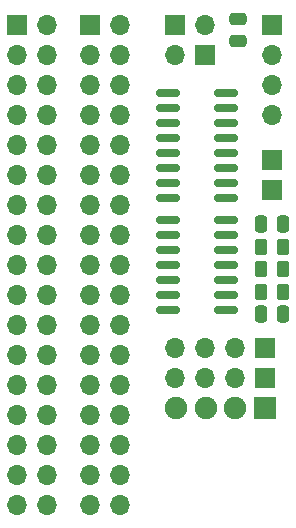
<source format=gts>
G04 #@! TF.GenerationSoftware,KiCad,Pcbnew,6.0.8-f2edbf62ab~116~ubuntu22.04.1*
G04 #@! TF.CreationDate,2022-10-12T19:37:44+02:00*
G04 #@! TF.ProjectId,Amiga dual floppy selector,416d6967-6120-4647-9561-6c20666c6f70,0.2*
G04 #@! TF.SameCoordinates,Original*
G04 #@! TF.FileFunction,Soldermask,Top*
G04 #@! TF.FilePolarity,Negative*
%FSLAX46Y46*%
G04 Gerber Fmt 4.6, Leading zero omitted, Abs format (unit mm)*
G04 Created by KiCad (PCBNEW 6.0.8-f2edbf62ab~116~ubuntu22.04.1) date 2022-10-12 19:37:44*
%MOMM*%
%LPD*%
G01*
G04 APERTURE LIST*
G04 Aperture macros list*
%AMRoundRect*
0 Rectangle with rounded corners*
0 $1 Rounding radius*
0 $2 $3 $4 $5 $6 $7 $8 $9 X,Y pos of 4 corners*
0 Add a 4 corners polygon primitive as box body*
4,1,4,$2,$3,$4,$5,$6,$7,$8,$9,$2,$3,0*
0 Add four circle primitives for the rounded corners*
1,1,$1+$1,$2,$3*
1,1,$1+$1,$4,$5*
1,1,$1+$1,$6,$7*
1,1,$1+$1,$8,$9*
0 Add four rect primitives between the rounded corners*
20,1,$1+$1,$2,$3,$4,$5,0*
20,1,$1+$1,$4,$5,$6,$7,0*
20,1,$1+$1,$6,$7,$8,$9,0*
20,1,$1+$1,$8,$9,$2,$3,0*%
G04 Aperture macros list end*
%ADD10R,1.700000X1.700000*%
%ADD11O,1.700000X1.700000*%
%ADD12R,1.900000X1.900000*%
%ADD13C,1.900000*%
%ADD14RoundRect,0.150000X-0.825000X-0.150000X0.825000X-0.150000X0.825000X0.150000X-0.825000X0.150000X0*%
%ADD15RoundRect,0.250000X0.262500X0.450000X-0.262500X0.450000X-0.262500X-0.450000X0.262500X-0.450000X0*%
%ADD16RoundRect,0.250000X-0.250000X-0.475000X0.250000X-0.475000X0.250000X0.475000X-0.250000X0.475000X0*%
%ADD17RoundRect,0.250000X0.475000X-0.250000X0.475000X0.250000X-0.475000X0.250000X-0.475000X-0.250000X0*%
G04 APERTURE END LIST*
D10*
X107950000Y-68580000D03*
D11*
X110490000Y-68580000D03*
X107950000Y-71120000D03*
X110490000Y-71120000D03*
X107950000Y-73660000D03*
X110490000Y-73660000D03*
X107950000Y-76200000D03*
X110490000Y-76200000D03*
X107950000Y-78740000D03*
X110490000Y-78740000D03*
X107950000Y-81280000D03*
X110490000Y-81280000D03*
X107950000Y-83820000D03*
X110490000Y-83820000D03*
X107950000Y-86360000D03*
X110490000Y-86360000D03*
X107950000Y-88900000D03*
X110490000Y-88900000D03*
X107950000Y-91440000D03*
X110490000Y-91440000D03*
X107950000Y-93980000D03*
X110490000Y-93980000D03*
X107950000Y-96520000D03*
X110490000Y-96520000D03*
X107950000Y-99060000D03*
X110490000Y-99060000D03*
X107950000Y-101600000D03*
X110490000Y-101600000D03*
X107950000Y-104140000D03*
X110490000Y-104140000D03*
X107950000Y-106680000D03*
X110490000Y-106680000D03*
X107950000Y-109220000D03*
X110490000Y-109220000D03*
D12*
X128905000Y-100965000D03*
D13*
X126405000Y-100965000D03*
X123905000Y-100965000D03*
X121405000Y-100965000D03*
D10*
X128905000Y-95885000D03*
D11*
X126365000Y-95885000D03*
X123825000Y-95885000D03*
X121285000Y-95885000D03*
D10*
X128905000Y-98425000D03*
D11*
X126365000Y-98425000D03*
X123825000Y-98425000D03*
X121285000Y-98425000D03*
D14*
X120715000Y-85090000D03*
X120715000Y-86360000D03*
X120715000Y-87630000D03*
X120715000Y-88900000D03*
X120715000Y-90170000D03*
X120715000Y-91440000D03*
X120715000Y-92710000D03*
X125665000Y-92710000D03*
X125665000Y-91440000D03*
X125665000Y-90170000D03*
X125665000Y-88900000D03*
X125665000Y-87630000D03*
X125665000Y-86360000D03*
X125665000Y-85090000D03*
X120715000Y-74295000D03*
X120715000Y-75565000D03*
X120715000Y-76835000D03*
X120715000Y-78105000D03*
X120715000Y-79375000D03*
X120715000Y-80645000D03*
X120715000Y-81915000D03*
X120715000Y-83185000D03*
X125665000Y-83185000D03*
X125665000Y-81915000D03*
X125665000Y-80645000D03*
X125665000Y-79375000D03*
X125665000Y-78105000D03*
X125665000Y-76835000D03*
X125665000Y-75565000D03*
X125665000Y-74295000D03*
D15*
X130452500Y-89217500D03*
X128627500Y-89217500D03*
D10*
X129540000Y-68580000D03*
D11*
X129540000Y-71120000D03*
X129540000Y-73660000D03*
X129540000Y-76200000D03*
D10*
X129540000Y-80010000D03*
X129540000Y-82550000D03*
X123825000Y-71120000D03*
D11*
X121285000Y-71120000D03*
D10*
X121285000Y-68580000D03*
D11*
X123825000Y-68580000D03*
D16*
X128590000Y-93027500D03*
X130490000Y-93027500D03*
X128590000Y-85407500D03*
X130490000Y-85407500D03*
D15*
X130452500Y-87312500D03*
X128627500Y-87312500D03*
D17*
X126682500Y-69911000D03*
X126682500Y-68011000D03*
D15*
X130452500Y-91122500D03*
X128627500Y-91122500D03*
D10*
X114080225Y-68590000D03*
D11*
X116620225Y-68590000D03*
X114080225Y-71130000D03*
X116620225Y-71130000D03*
X114080225Y-73670000D03*
X116620225Y-73670000D03*
X114080225Y-76210000D03*
X116620225Y-76210000D03*
X114080225Y-78750000D03*
X116620225Y-78750000D03*
X114080225Y-81290000D03*
X116620225Y-81290000D03*
X114080225Y-83830000D03*
X116620225Y-83830000D03*
X114080225Y-86370000D03*
X116620225Y-86370000D03*
X114080225Y-88910000D03*
X116620225Y-88910000D03*
X114080225Y-91450000D03*
X116620225Y-91450000D03*
X114080225Y-93990000D03*
X116620225Y-93990000D03*
X114080225Y-96530000D03*
X116620225Y-96530000D03*
X114080225Y-99070000D03*
X116620225Y-99070000D03*
X114080225Y-101610000D03*
X116620225Y-101610000D03*
X114080225Y-104150000D03*
X116620225Y-104150000D03*
X114080225Y-106690000D03*
X116620225Y-106690000D03*
X114080225Y-109230000D03*
X116620225Y-109230000D03*
M02*

</source>
